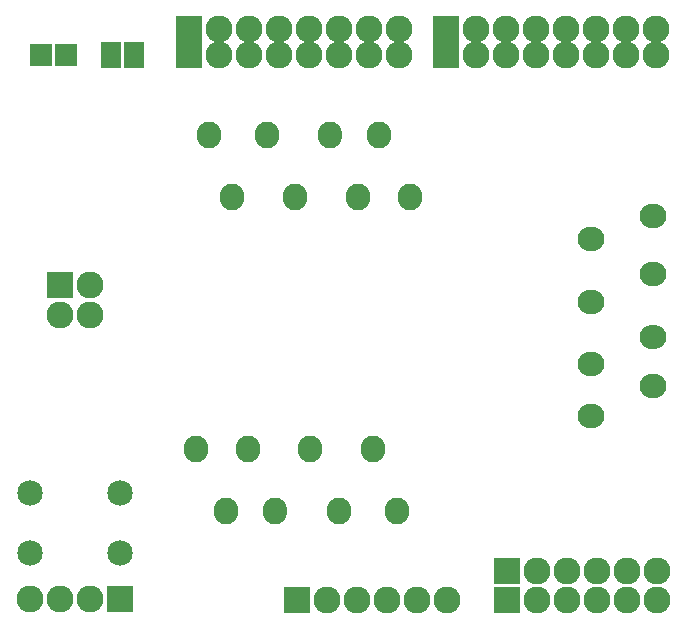
<source format=gts>
G04 (created by PCBNEW-RS274X (2011-nov-30)-testing) date Wed 06 Jun 2012 08:38:00 PM EDT*
%MOIN*%
G04 Gerber Fmt 3.4, Leading zero omitted, Abs format*
%FSLAX34Y34*%
G01*
G70*
G90*
G04 APERTURE LIST*
%ADD10C,0.006*%
%ADD11R,0.0772X0.0772*%
%ADD12R,0.09X0.09*%
%ADD13C,0.09*%
%ADD14R,0.065X0.085*%
%ADD15C,0.085*%
%ADD16O,0.089X0.0811*%
%ADD17O,0.0889X0.081*%
%ADD18O,0.0811X0.089*%
%ADD19O,0.081X0.0889*%
G04 APERTURE END LIST*
G54D10*
G54D11*
X-2533Y18620D03*
X-1707Y18620D03*
G54D12*
X5996Y480D03*
G54D13*
X6996Y480D03*
X7996Y480D03*
X8996Y480D03*
X9996Y480D03*
X10996Y480D03*
G54D12*
X-1880Y10980D03*
G54D13*
X-880Y10980D03*
X-1880Y9980D03*
X-880Y9980D03*
G54D14*
X-195Y18640D03*
X555Y18640D03*
G54D15*
X-2900Y2040D03*
X-2900Y4040D03*
X100Y2040D03*
X100Y4040D03*
G54D12*
X2420Y18640D03*
G54D13*
X3420Y18640D03*
X4420Y18640D03*
X5420Y18640D03*
X6420Y18640D03*
X7420Y18640D03*
X8420Y18640D03*
X9420Y18640D03*
G54D12*
X10980Y19509D03*
G54D13*
X11980Y19509D03*
X12980Y19509D03*
X13980Y19509D03*
X14980Y19509D03*
X15980Y19509D03*
X16980Y19509D03*
X17980Y19509D03*
G54D12*
X10970Y18640D03*
G54D13*
X11970Y18640D03*
X12970Y18640D03*
X13970Y18640D03*
X14970Y18640D03*
X15970Y18640D03*
X16970Y18640D03*
X17970Y18640D03*
G54D12*
X2398Y19508D03*
G54D13*
X3398Y19508D03*
X4398Y19508D03*
X5398Y19508D03*
X6398Y19508D03*
X7398Y19508D03*
X8398Y19508D03*
X9398Y19508D03*
G54D12*
X13004Y480D03*
G54D13*
X14004Y480D03*
X15004Y480D03*
X16004Y480D03*
X17004Y480D03*
X18004Y480D03*
G54D12*
X13004Y1425D03*
G54D13*
X14004Y1425D03*
X15004Y1425D03*
X16004Y1425D03*
X17004Y1425D03*
X18004Y1425D03*
G54D12*
X100Y500D03*
G54D13*
X-900Y500D03*
X-1900Y500D03*
X-2900Y500D03*
G54D16*
X17866Y13277D03*
X15818Y12488D03*
X17866Y11348D03*
X15818Y10402D03*
G54D17*
X17866Y9223D03*
G54D16*
X15818Y8315D03*
X17866Y7607D03*
X15818Y6583D03*
G54D18*
X9322Y3435D03*
X8533Y5483D03*
X7393Y3435D03*
X6447Y5483D03*
G54D19*
X5268Y3435D03*
G54D18*
X4360Y5483D03*
X3652Y3435D03*
X2628Y5483D03*
X3062Y15952D03*
X3851Y13904D03*
X4991Y15952D03*
X5937Y13904D03*
G54D19*
X7116Y15952D03*
G54D18*
X8024Y13904D03*
X8732Y15952D03*
X9756Y13904D03*
M02*

</source>
